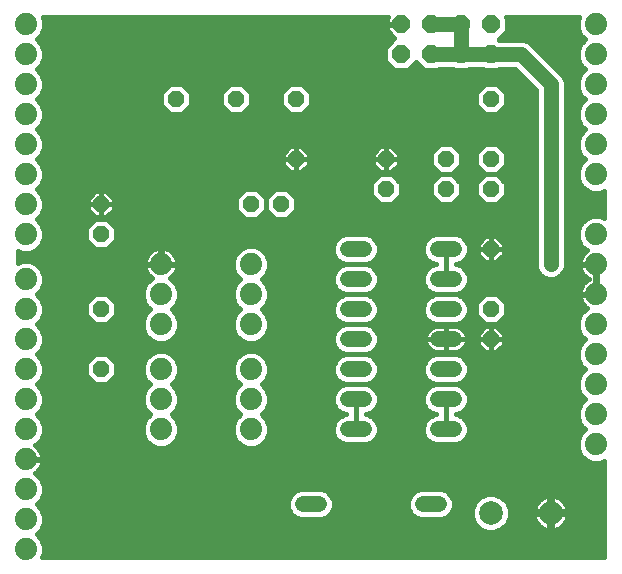
<source format=gbl>
G75*
%MOIN*%
%OFA0B0*%
%FSLAX25Y25*%
%IPPOS*%
%LPD*%
%AMOC8*
5,1,8,0,0,1.08239X$1,22.5*
%
%ADD10C,0.05200*%
%ADD11C,0.07400*%
%ADD12OC8,0.06000*%
%ADD13OC8,0.05200*%
%ADD14C,0.07874*%
%ADD15C,0.01600*%
%ADD16C,0.05000*%
%ADD17R,0.03562X0.03562*%
D10*
X0144995Y0117524D02*
X0150195Y0117524D01*
X0159995Y0142524D02*
X0165195Y0142524D01*
X0165195Y0152524D02*
X0159995Y0152524D01*
X0159995Y0162524D02*
X0165195Y0162524D01*
X0165195Y0172524D02*
X0159995Y0172524D01*
X0159995Y0182524D02*
X0165195Y0182524D01*
X0165195Y0192524D02*
X0159995Y0192524D01*
X0159995Y0202524D02*
X0165195Y0202524D01*
X0189995Y0202524D02*
X0195195Y0202524D01*
X0195195Y0192524D02*
X0189995Y0192524D01*
X0189995Y0182524D02*
X0195195Y0182524D01*
X0195195Y0172524D02*
X0189995Y0172524D01*
X0189995Y0162524D02*
X0195195Y0162524D01*
X0195195Y0152524D02*
X0189995Y0152524D01*
X0189995Y0142524D02*
X0195195Y0142524D01*
X0190195Y0117524D02*
X0184995Y0117524D01*
D11*
X0127595Y0142524D03*
X0127595Y0152524D03*
X0127595Y0162524D03*
X0127595Y0177524D03*
X0127595Y0187524D03*
X0127595Y0197524D03*
X0097595Y0197524D03*
X0097595Y0187524D03*
X0097595Y0177524D03*
X0097595Y0162524D03*
X0097595Y0152524D03*
X0097595Y0142524D03*
X0052595Y0142524D03*
X0052595Y0152524D03*
X0052595Y0162524D03*
X0052595Y0172524D03*
X0052595Y0182524D03*
X0052595Y0192524D03*
X0052595Y0207524D03*
X0052595Y0217524D03*
X0052595Y0227524D03*
X0052595Y0237524D03*
X0052595Y0247524D03*
X0052595Y0257524D03*
X0052595Y0267524D03*
X0052595Y0277524D03*
X0052595Y0132524D03*
X0052595Y0122524D03*
X0052595Y0112524D03*
X0052595Y0102524D03*
X0242595Y0137524D03*
X0242595Y0147524D03*
X0242595Y0157524D03*
X0242595Y0167524D03*
X0242595Y0177524D03*
X0242595Y0187524D03*
X0242595Y0197524D03*
X0242595Y0207524D03*
X0242595Y0227524D03*
X0242595Y0237524D03*
X0242595Y0247524D03*
X0242595Y0257524D03*
X0242595Y0267524D03*
X0242595Y0277524D03*
D12*
X0207595Y0277524D03*
X0207595Y0267524D03*
X0197595Y0267524D03*
X0197595Y0277524D03*
X0187595Y0277524D03*
X0187595Y0267524D03*
X0177595Y0267524D03*
X0177595Y0277524D03*
D13*
X0207595Y0252524D03*
X0207595Y0232524D03*
X0207595Y0222524D03*
X0192595Y0222524D03*
X0192595Y0232524D03*
X0172595Y0232524D03*
X0172595Y0222524D03*
X0142595Y0232524D03*
X0137595Y0217524D03*
X0127595Y0217524D03*
X0122595Y0252524D03*
X0102595Y0252524D03*
X0077595Y0217524D03*
X0077595Y0207524D03*
X0077595Y0182524D03*
X0077595Y0162524D03*
X0142595Y0252524D03*
X0207595Y0202524D03*
X0207595Y0182524D03*
X0207595Y0172524D03*
D14*
X0207512Y0114622D03*
X0227512Y0114622D03*
D15*
X0058695Y0101310D02*
X0058121Y0099924D01*
X0245195Y0099924D01*
X0245195Y0131998D01*
X0243809Y0131424D01*
X0241382Y0131424D01*
X0239140Y0132352D01*
X0237424Y0134068D01*
X0236495Y0136310D01*
X0236495Y0138737D01*
X0237424Y0140979D01*
X0238968Y0142524D01*
X0237424Y0144068D01*
X0236495Y0146310D01*
X0236495Y0148737D01*
X0237424Y0150979D01*
X0238968Y0152524D01*
X0237424Y0154068D01*
X0236495Y0156310D01*
X0236495Y0158737D01*
X0237424Y0160979D01*
X0238968Y0162524D01*
X0237424Y0164068D01*
X0236495Y0166310D01*
X0236495Y0168737D01*
X0237424Y0170979D01*
X0238968Y0172524D01*
X0237424Y0174068D01*
X0236495Y0176310D01*
X0236495Y0178737D01*
X0237424Y0180979D01*
X0239140Y0182695D01*
X0239614Y0182891D01*
X0239012Y0183328D01*
X0238400Y0183941D01*
X0237891Y0184641D01*
X0237498Y0185412D01*
X0237231Y0186236D01*
X0237095Y0187091D01*
X0237095Y0187324D01*
X0242395Y0187324D01*
X0242395Y0187724D01*
X0242395Y0197324D01*
X0237095Y0197324D01*
X0237095Y0197091D01*
X0237231Y0196236D01*
X0237498Y0195412D01*
X0237891Y0194641D01*
X0238400Y0193941D01*
X0239012Y0193328D01*
X0239712Y0192820D01*
X0240293Y0192524D01*
X0239712Y0192228D01*
X0239012Y0191719D01*
X0238400Y0191107D01*
X0237891Y0190406D01*
X0237498Y0189635D01*
X0237231Y0188812D01*
X0237095Y0187956D01*
X0237095Y0187724D01*
X0242395Y0187724D01*
X0242795Y0187724D01*
X0242795Y0192024D01*
X0242795Y0197324D01*
X0242395Y0197324D01*
X0242395Y0197724D01*
X0237095Y0197724D01*
X0237095Y0197956D01*
X0237231Y0198812D01*
X0237498Y0199635D01*
X0237891Y0200406D01*
X0238400Y0201107D01*
X0239012Y0201719D01*
X0239614Y0202156D01*
X0239140Y0202352D01*
X0237424Y0204068D01*
X0236495Y0206310D01*
X0236495Y0208737D01*
X0237424Y0210979D01*
X0239140Y0212695D01*
X0241382Y0213624D01*
X0243809Y0213624D01*
X0245195Y0213049D01*
X0245195Y0221998D01*
X0243809Y0221424D01*
X0241382Y0221424D01*
X0239140Y0222352D01*
X0237424Y0224068D01*
X0236495Y0226310D01*
X0236495Y0228737D01*
X0237424Y0230979D01*
X0238968Y0232524D01*
X0237424Y0234068D01*
X0236495Y0236310D01*
X0236495Y0238737D01*
X0237424Y0240979D01*
X0238968Y0242524D01*
X0237424Y0244068D01*
X0236495Y0246310D01*
X0236495Y0248737D01*
X0237424Y0250979D01*
X0238968Y0252524D01*
X0237424Y0254068D01*
X0236495Y0256310D01*
X0236495Y0258737D01*
X0237424Y0260979D01*
X0238968Y0262524D01*
X0237424Y0264068D01*
X0236495Y0266310D01*
X0236495Y0268737D01*
X0237424Y0270979D01*
X0238968Y0272524D01*
X0237424Y0274068D01*
X0236495Y0276310D01*
X0236495Y0278737D01*
X0237053Y0280084D01*
X0212671Y0280084D01*
X0212995Y0279760D01*
X0212995Y0275287D01*
X0210232Y0272524D01*
X0210332Y0272424D01*
X0218570Y0272424D01*
X0220371Y0271678D01*
X0221749Y0270299D01*
X0231749Y0260299D01*
X0232495Y0258498D01*
X0232495Y0196549D01*
X0231749Y0194748D01*
X0231430Y0194429D01*
X0231411Y0194383D01*
X0230736Y0193708D01*
X0230690Y0193689D01*
X0230371Y0193370D01*
X0228570Y0192624D01*
X0226620Y0192624D01*
X0224820Y0193370D01*
X0224500Y0193689D01*
X0224455Y0193708D01*
X0223779Y0194383D01*
X0223761Y0194429D01*
X0223441Y0194748D01*
X0222695Y0196549D01*
X0222695Y0255494D01*
X0215565Y0262624D01*
X0210332Y0262624D01*
X0209832Y0262124D01*
X0205358Y0262124D01*
X0204858Y0262624D01*
X0200332Y0262624D01*
X0199832Y0262124D01*
X0195358Y0262124D01*
X0194858Y0262624D01*
X0190332Y0262624D01*
X0189832Y0262124D01*
X0185358Y0262124D01*
X0182595Y0264887D01*
X0179832Y0262124D01*
X0175358Y0262124D01*
X0172195Y0265287D01*
X0172195Y0269760D01*
X0175358Y0272924D01*
X0175407Y0272924D01*
X0172795Y0275535D01*
X0172795Y0277324D01*
X0177395Y0277324D01*
X0177395Y0277724D01*
X0172795Y0277724D01*
X0172795Y0279512D01*
X0173368Y0280084D01*
X0058137Y0280084D01*
X0058695Y0278737D01*
X0058695Y0276310D01*
X0057766Y0274068D01*
X0056222Y0272524D01*
X0057766Y0270979D01*
X0058695Y0268737D01*
X0058695Y0266310D01*
X0057766Y0264068D01*
X0056222Y0262524D01*
X0057766Y0260979D01*
X0058695Y0258737D01*
X0058695Y0256310D01*
X0057766Y0254068D01*
X0056222Y0252524D01*
X0057766Y0250979D01*
X0058695Y0248737D01*
X0058695Y0246310D01*
X0057766Y0244068D01*
X0056222Y0242524D01*
X0057766Y0240979D01*
X0058695Y0238737D01*
X0058695Y0236310D01*
X0057766Y0234068D01*
X0056222Y0232524D01*
X0057766Y0230979D01*
X0058695Y0228737D01*
X0058695Y0226310D01*
X0057766Y0224068D01*
X0056222Y0222524D01*
X0057766Y0220979D01*
X0058695Y0218737D01*
X0058695Y0216310D01*
X0057766Y0214068D01*
X0056222Y0212524D01*
X0057766Y0210979D01*
X0058695Y0208737D01*
X0058695Y0206310D01*
X0057766Y0204068D01*
X0056051Y0202352D01*
X0053809Y0201424D01*
X0051382Y0201424D01*
X0049995Y0201998D01*
X0049995Y0198049D01*
X0051382Y0198624D01*
X0053809Y0198624D01*
X0056051Y0197695D01*
X0057766Y0195979D01*
X0058695Y0193737D01*
X0058695Y0191310D01*
X0057766Y0189068D01*
X0056222Y0187524D01*
X0057766Y0185979D01*
X0058695Y0183737D01*
X0058695Y0181310D01*
X0057766Y0179068D01*
X0056222Y0177524D01*
X0057766Y0175979D01*
X0058695Y0173737D01*
X0058695Y0171310D01*
X0057766Y0169068D01*
X0056222Y0167524D01*
X0057766Y0165979D01*
X0058695Y0163737D01*
X0058695Y0161310D01*
X0057766Y0159068D01*
X0056222Y0157524D01*
X0057766Y0155979D01*
X0058695Y0153737D01*
X0058695Y0151310D01*
X0057766Y0149068D01*
X0056222Y0147524D01*
X0057766Y0145979D01*
X0058695Y0143737D01*
X0058695Y0141310D01*
X0057766Y0139068D01*
X0056051Y0137352D01*
X0055576Y0137156D01*
X0056178Y0136719D01*
X0056790Y0136107D01*
X0057299Y0135406D01*
X0057692Y0134635D01*
X0057960Y0133812D01*
X0058095Y0132956D01*
X0058095Y0132724D01*
X0052795Y0132724D01*
X0052795Y0132324D01*
X0058095Y0132324D01*
X0058095Y0132091D01*
X0057960Y0131236D01*
X0057692Y0130412D01*
X0057299Y0129641D01*
X0056790Y0128941D01*
X0056178Y0128328D01*
X0055576Y0127891D01*
X0056051Y0127695D01*
X0057766Y0125979D01*
X0058695Y0123737D01*
X0058695Y0121310D01*
X0057766Y0119068D01*
X0056222Y0117524D01*
X0057766Y0115979D01*
X0058695Y0113737D01*
X0058695Y0111310D01*
X0057766Y0109068D01*
X0056222Y0107524D01*
X0057766Y0105979D01*
X0058695Y0103737D01*
X0058695Y0101310D01*
X0058451Y0100721D02*
X0245195Y0100721D01*
X0245195Y0102319D02*
X0058695Y0102319D01*
X0058620Y0103918D02*
X0245195Y0103918D01*
X0245195Y0105516D02*
X0057958Y0105516D01*
X0056631Y0107115D02*
X0245195Y0107115D01*
X0245195Y0108713D02*
X0209806Y0108713D01*
X0208773Y0108285D02*
X0211102Y0109250D01*
X0212884Y0111032D01*
X0213849Y0113362D01*
X0213849Y0115883D01*
X0212884Y0118212D01*
X0211102Y0119994D01*
X0208773Y0120959D01*
X0206252Y0120959D01*
X0203922Y0119994D01*
X0202140Y0118212D01*
X0201175Y0115883D01*
X0201175Y0113362D01*
X0202140Y0111032D01*
X0203922Y0109250D01*
X0206252Y0108285D01*
X0208773Y0108285D01*
X0212164Y0110312D02*
X0223709Y0110312D01*
X0223775Y0110246D02*
X0224505Y0109715D01*
X0225310Y0109305D01*
X0226169Y0109026D01*
X0227033Y0108889D01*
X0227033Y0114142D01*
X0227992Y0114142D01*
X0227992Y0115102D01*
X0227033Y0115102D01*
X0227033Y0120355D01*
X0226169Y0120218D01*
X0225310Y0119939D01*
X0224505Y0119529D01*
X0223775Y0118998D01*
X0223136Y0118359D01*
X0222605Y0117629D01*
X0222195Y0116824D01*
X0221916Y0115965D01*
X0221779Y0115102D01*
X0227032Y0115102D01*
X0227032Y0114142D01*
X0221779Y0114142D01*
X0221916Y0113279D01*
X0222195Y0112420D01*
X0222605Y0111615D01*
X0223136Y0110885D01*
X0223775Y0110246D01*
X0222455Y0111910D02*
X0213248Y0111910D01*
X0213849Y0113509D02*
X0221880Y0113509D01*
X0221780Y0115107D02*
X0213849Y0115107D01*
X0213508Y0116706D02*
X0222157Y0116706D01*
X0223096Y0118304D02*
X0212792Y0118304D01*
X0211193Y0119903D02*
X0225239Y0119903D01*
X0227033Y0119903D02*
X0227992Y0119903D01*
X0227992Y0120355D02*
X0228855Y0120218D01*
X0229714Y0119939D01*
X0230519Y0119529D01*
X0231249Y0118998D01*
X0231888Y0118359D01*
X0232419Y0117629D01*
X0232829Y0116824D01*
X0233108Y0115965D01*
X0233245Y0115102D01*
X0227992Y0115102D01*
X0227992Y0120355D01*
X0229785Y0119903D02*
X0245195Y0119903D01*
X0245195Y0121501D02*
X0193289Y0121501D01*
X0193027Y0121762D02*
X0194434Y0120356D01*
X0195195Y0118518D01*
X0195195Y0116529D01*
X0194434Y0114691D01*
X0193027Y0113285D01*
X0191190Y0112524D01*
X0184001Y0112524D01*
X0182163Y0113285D01*
X0180756Y0114691D01*
X0179995Y0116529D01*
X0179995Y0118518D01*
X0180756Y0120356D01*
X0182163Y0121762D01*
X0184001Y0122524D01*
X0191190Y0122524D01*
X0193027Y0121762D01*
X0194622Y0119903D02*
X0203831Y0119903D01*
X0202232Y0118304D02*
X0195195Y0118304D01*
X0195195Y0116706D02*
X0201516Y0116706D01*
X0201175Y0115107D02*
X0194606Y0115107D01*
X0193251Y0113509D02*
X0201175Y0113509D01*
X0201776Y0111910D02*
X0058695Y0111910D01*
X0058695Y0113509D02*
X0141939Y0113509D01*
X0142163Y0113285D02*
X0144001Y0112524D01*
X0151190Y0112524D01*
X0153027Y0113285D01*
X0154434Y0114691D01*
X0155195Y0116529D01*
X0155195Y0118518D01*
X0154434Y0120356D01*
X0153027Y0121762D01*
X0151190Y0122524D01*
X0144001Y0122524D01*
X0142163Y0121762D01*
X0140756Y0120356D01*
X0139995Y0118518D01*
X0139995Y0116529D01*
X0140756Y0114691D01*
X0142163Y0113285D01*
X0140584Y0115107D02*
X0058128Y0115107D01*
X0057040Y0116706D02*
X0139995Y0116706D01*
X0139995Y0118304D02*
X0057002Y0118304D01*
X0058112Y0119903D02*
X0140569Y0119903D01*
X0141902Y0121501D02*
X0058695Y0121501D01*
X0058695Y0123100D02*
X0245195Y0123100D01*
X0245195Y0124698D02*
X0058297Y0124698D01*
X0057449Y0126297D02*
X0245195Y0126297D01*
X0245195Y0127895D02*
X0055582Y0127895D01*
X0057192Y0129494D02*
X0245195Y0129494D01*
X0245195Y0131092D02*
X0057913Y0131092D01*
X0057804Y0134289D02*
X0237332Y0134289D01*
X0236670Y0135888D02*
X0056949Y0135888D01*
X0056185Y0137486D02*
X0094006Y0137486D01*
X0094140Y0137352D02*
X0092424Y0139068D01*
X0091495Y0141310D01*
X0091495Y0143737D01*
X0092424Y0145979D01*
X0093968Y0147524D01*
X0092424Y0149068D01*
X0091495Y0151310D01*
X0091495Y0153737D01*
X0092424Y0155979D01*
X0093968Y0157524D01*
X0092424Y0159068D01*
X0091495Y0161310D01*
X0091495Y0163737D01*
X0092424Y0165979D01*
X0094140Y0167695D01*
X0096382Y0168624D01*
X0098809Y0168624D01*
X0101051Y0167695D01*
X0102766Y0165979D01*
X0103695Y0163737D01*
X0103695Y0161310D01*
X0102766Y0159068D01*
X0101222Y0157524D01*
X0102766Y0155979D01*
X0103695Y0153737D01*
X0103695Y0151310D01*
X0102766Y0149068D01*
X0101222Y0147524D01*
X0102766Y0145979D01*
X0103695Y0143737D01*
X0103695Y0141310D01*
X0102766Y0139068D01*
X0101051Y0137352D01*
X0098809Y0136424D01*
X0096382Y0136424D01*
X0094140Y0137352D01*
X0092417Y0139085D02*
X0057773Y0139085D01*
X0058435Y0140683D02*
X0091755Y0140683D01*
X0091495Y0142282D02*
X0058695Y0142282D01*
X0058636Y0143880D02*
X0091555Y0143880D01*
X0092217Y0145479D02*
X0057974Y0145479D01*
X0056668Y0147077D02*
X0093522Y0147077D01*
X0092816Y0148676D02*
X0057374Y0148676D01*
X0058266Y0150274D02*
X0091924Y0150274D01*
X0091495Y0151873D02*
X0058695Y0151873D01*
X0058695Y0153472D02*
X0091495Y0153472D01*
X0092047Y0155070D02*
X0058143Y0155070D01*
X0057077Y0156669D02*
X0093113Y0156669D01*
X0093225Y0158267D02*
X0080410Y0158267D01*
X0079666Y0157524D02*
X0082595Y0160453D01*
X0082595Y0164595D01*
X0079666Y0167524D01*
X0075524Y0167524D01*
X0072595Y0164595D01*
X0072595Y0160453D01*
X0075524Y0157524D01*
X0079666Y0157524D01*
X0082008Y0159866D02*
X0092094Y0159866D01*
X0091495Y0161464D02*
X0082595Y0161464D01*
X0082595Y0163063D02*
X0091495Y0163063D01*
X0091878Y0164661D02*
X0082529Y0164661D01*
X0080930Y0166260D02*
X0092704Y0166260D01*
X0094534Y0167858D02*
X0056556Y0167858D01*
X0057486Y0166260D02*
X0074260Y0166260D01*
X0072662Y0164661D02*
X0058312Y0164661D01*
X0058695Y0163063D02*
X0072595Y0163063D01*
X0072595Y0161464D02*
X0058695Y0161464D01*
X0058097Y0159866D02*
X0073182Y0159866D01*
X0074781Y0158267D02*
X0056965Y0158267D01*
X0057927Y0169457D02*
X0155991Y0169457D01*
X0155756Y0169691D02*
X0157163Y0168285D01*
X0159001Y0167524D01*
X0166190Y0167524D01*
X0168027Y0168285D01*
X0169434Y0169691D01*
X0170195Y0171529D01*
X0170195Y0173518D01*
X0169434Y0175356D01*
X0168027Y0176762D01*
X0166190Y0177524D01*
X0168027Y0178285D01*
X0169434Y0179691D01*
X0170195Y0181529D01*
X0170195Y0183518D01*
X0169434Y0185356D01*
X0168027Y0186762D01*
X0166190Y0187524D01*
X0168027Y0188285D01*
X0169434Y0189691D01*
X0170195Y0191529D01*
X0170195Y0193518D01*
X0169434Y0195356D01*
X0168027Y0196762D01*
X0166190Y0197524D01*
X0168027Y0198285D01*
X0169434Y0199691D01*
X0170195Y0201529D01*
X0170195Y0203518D01*
X0169434Y0205356D01*
X0168027Y0206762D01*
X0166190Y0207524D01*
X0159001Y0207524D01*
X0157163Y0206762D01*
X0155756Y0205356D01*
X0154995Y0203518D01*
X0154995Y0201529D01*
X0155756Y0199691D01*
X0157163Y0198285D01*
X0159001Y0197524D01*
X0166190Y0197524D01*
X0159001Y0197524D01*
X0157163Y0196762D01*
X0155756Y0195356D01*
X0154995Y0193518D01*
X0154995Y0191529D01*
X0155756Y0189691D01*
X0157163Y0188285D01*
X0159001Y0187524D01*
X0166190Y0187524D01*
X0159001Y0187524D01*
X0157163Y0186762D01*
X0155756Y0185356D01*
X0154995Y0183518D01*
X0154995Y0181529D01*
X0155756Y0179691D01*
X0157163Y0178285D01*
X0159001Y0177524D01*
X0166190Y0177524D01*
X0159001Y0177524D01*
X0157163Y0176762D01*
X0155756Y0175356D01*
X0154995Y0173518D01*
X0154995Y0171529D01*
X0155756Y0169691D01*
X0155191Y0171055D02*
X0058589Y0171055D01*
X0058695Y0172654D02*
X0093838Y0172654D01*
X0094140Y0172352D02*
X0092424Y0174068D01*
X0091495Y0176310D01*
X0091495Y0178737D01*
X0092424Y0180979D01*
X0093968Y0182524D01*
X0092424Y0184068D01*
X0091495Y0186310D01*
X0091495Y0188737D01*
X0092424Y0190979D01*
X0094140Y0192695D01*
X0094614Y0192891D01*
X0094012Y0193328D01*
X0093400Y0193941D01*
X0092891Y0194641D01*
X0092498Y0195412D01*
X0092231Y0196236D01*
X0092095Y0197091D01*
X0092095Y0197324D01*
X0097395Y0197324D01*
X0097395Y0197724D01*
X0097395Y0203024D01*
X0097162Y0203024D01*
X0096307Y0202888D01*
X0095484Y0202621D01*
X0094712Y0202228D01*
X0094012Y0201719D01*
X0093400Y0201107D01*
X0092891Y0200406D01*
X0092498Y0199635D01*
X0092231Y0198812D01*
X0092095Y0197956D01*
X0092095Y0197724D01*
X0097395Y0197724D01*
X0097795Y0197724D01*
X0097795Y0203024D01*
X0098028Y0203024D01*
X0098883Y0202888D01*
X0099706Y0202621D01*
X0100478Y0202228D01*
X0101178Y0201719D01*
X0101790Y0201107D01*
X0102299Y0200406D01*
X0102692Y0199635D01*
X0102960Y0198812D01*
X0103095Y0197956D01*
X0103095Y0197724D01*
X0097795Y0197724D01*
X0097795Y0197324D01*
X0103095Y0197324D01*
X0103095Y0197091D01*
X0102960Y0196236D01*
X0102692Y0195412D01*
X0102299Y0194641D01*
X0101790Y0193941D01*
X0101178Y0193328D01*
X0100576Y0192891D01*
X0101051Y0192695D01*
X0102766Y0190979D01*
X0103695Y0188737D01*
X0103695Y0186310D01*
X0102766Y0184068D01*
X0101222Y0182524D01*
X0102766Y0180979D01*
X0103695Y0178737D01*
X0103695Y0176310D01*
X0102766Y0174068D01*
X0101051Y0172352D01*
X0098809Y0171424D01*
X0096382Y0171424D01*
X0094140Y0172352D01*
X0092348Y0174252D02*
X0058482Y0174252D01*
X0057820Y0175851D02*
X0091685Y0175851D01*
X0091495Y0177449D02*
X0056296Y0177449D01*
X0057746Y0179048D02*
X0074000Y0179048D01*
X0072595Y0180453D02*
X0075524Y0177524D01*
X0079666Y0177524D01*
X0082595Y0180453D01*
X0082595Y0184595D01*
X0079666Y0187524D01*
X0075524Y0187524D01*
X0072595Y0184595D01*
X0072595Y0180453D01*
X0072595Y0180646D02*
X0058420Y0180646D01*
X0058695Y0182245D02*
X0072595Y0182245D01*
X0072595Y0183843D02*
X0058651Y0183843D01*
X0057989Y0185442D02*
X0073442Y0185442D01*
X0075041Y0187040D02*
X0056705Y0187040D01*
X0057337Y0188639D02*
X0091495Y0188639D01*
X0091495Y0187040D02*
X0080150Y0187040D01*
X0081748Y0185442D02*
X0091855Y0185442D01*
X0092649Y0183843D02*
X0082595Y0183843D01*
X0082595Y0182245D02*
X0093690Y0182245D01*
X0092286Y0180646D02*
X0082595Y0180646D01*
X0081190Y0179048D02*
X0091624Y0179048D01*
X0101501Y0182245D02*
X0123690Y0182245D01*
X0123968Y0182524D02*
X0122424Y0180979D01*
X0121495Y0178737D01*
X0121495Y0176310D01*
X0122424Y0174068D01*
X0124140Y0172352D01*
X0126382Y0171424D01*
X0128809Y0171424D01*
X0131051Y0172352D01*
X0132766Y0174068D01*
X0133695Y0176310D01*
X0133695Y0178737D01*
X0132766Y0180979D01*
X0131222Y0182524D01*
X0132766Y0184068D01*
X0133695Y0186310D01*
X0133695Y0188737D01*
X0132766Y0190979D01*
X0131222Y0192524D01*
X0132766Y0194068D01*
X0133695Y0196310D01*
X0133695Y0198737D01*
X0132766Y0200979D01*
X0131051Y0202695D01*
X0128809Y0203624D01*
X0126382Y0203624D01*
X0124140Y0202695D01*
X0122424Y0200979D01*
X0121495Y0198737D01*
X0121495Y0196310D01*
X0122424Y0194068D01*
X0123968Y0192524D01*
X0122424Y0190979D01*
X0121495Y0188737D01*
X0121495Y0186310D01*
X0122424Y0184068D01*
X0123968Y0182524D01*
X0122649Y0183843D02*
X0102541Y0183843D01*
X0103335Y0185442D02*
X0121855Y0185442D01*
X0121495Y0187040D02*
X0103695Y0187040D01*
X0103695Y0188639D02*
X0121495Y0188639D01*
X0122117Y0190237D02*
X0103074Y0190237D01*
X0101910Y0191836D02*
X0123281Y0191836D01*
X0123058Y0193434D02*
X0101284Y0193434D01*
X0102499Y0195033D02*
X0122024Y0195033D01*
X0121495Y0196631D02*
X0103022Y0196631D01*
X0103052Y0198230D02*
X0121495Y0198230D01*
X0121947Y0199828D02*
X0102594Y0199828D01*
X0101470Y0201427D02*
X0122872Y0201427D01*
X0124937Y0203025D02*
X0080168Y0203025D01*
X0079666Y0202524D02*
X0082595Y0205453D01*
X0082595Y0209595D01*
X0079666Y0212524D01*
X0075524Y0212524D01*
X0072595Y0209595D01*
X0072595Y0205453D01*
X0075524Y0202524D01*
X0079666Y0202524D01*
X0081766Y0204624D02*
X0155453Y0204624D01*
X0154995Y0203025D02*
X0130253Y0203025D01*
X0132319Y0201427D02*
X0155037Y0201427D01*
X0155700Y0199828D02*
X0133243Y0199828D01*
X0133695Y0198230D02*
X0157296Y0198230D01*
X0157032Y0196631D02*
X0133695Y0196631D01*
X0133166Y0195033D02*
X0155623Y0195033D01*
X0154995Y0193434D02*
X0132133Y0193434D01*
X0131910Y0191836D02*
X0154995Y0191836D01*
X0155530Y0190237D02*
X0133074Y0190237D01*
X0133695Y0188639D02*
X0156809Y0188639D01*
X0157834Y0187040D02*
X0133695Y0187040D01*
X0133335Y0185442D02*
X0155842Y0185442D01*
X0155130Y0183843D02*
X0132541Y0183843D01*
X0131501Y0182245D02*
X0154995Y0182245D01*
X0155361Y0180646D02*
X0132904Y0180646D01*
X0133566Y0179048D02*
X0156400Y0179048D01*
X0158821Y0177449D02*
X0133695Y0177449D01*
X0133505Y0175851D02*
X0156251Y0175851D01*
X0155299Y0174252D02*
X0132843Y0174252D01*
X0131352Y0172654D02*
X0154995Y0172654D01*
X0158193Y0167858D02*
X0130657Y0167858D01*
X0131051Y0167695D02*
X0128809Y0168624D01*
X0126382Y0168624D01*
X0124140Y0167695D01*
X0122424Y0165979D01*
X0121495Y0163737D01*
X0121495Y0161310D01*
X0122424Y0159068D01*
X0123968Y0157524D01*
X0122424Y0155979D01*
X0121495Y0153737D01*
X0121495Y0151310D01*
X0122424Y0149068D01*
X0123968Y0147524D01*
X0122424Y0145979D01*
X0121495Y0143737D01*
X0121495Y0141310D01*
X0122424Y0139068D01*
X0124140Y0137352D01*
X0126382Y0136424D01*
X0128809Y0136424D01*
X0131051Y0137352D01*
X0132766Y0139068D01*
X0133695Y0141310D01*
X0133695Y0143737D01*
X0132766Y0145979D01*
X0131222Y0147524D01*
X0132766Y0149068D01*
X0133695Y0151310D01*
X0133695Y0153737D01*
X0132766Y0155979D01*
X0131222Y0157524D01*
X0132766Y0159068D01*
X0133695Y0161310D01*
X0133695Y0163737D01*
X0132766Y0165979D01*
X0131051Y0167695D01*
X0132486Y0166260D02*
X0156660Y0166260D01*
X0157163Y0166762D02*
X0155756Y0165356D01*
X0154995Y0163518D01*
X0154995Y0161529D01*
X0155756Y0159691D01*
X0157163Y0158285D01*
X0159001Y0157524D01*
X0166190Y0157524D01*
X0168027Y0158285D01*
X0169434Y0159691D01*
X0170195Y0161529D01*
X0170195Y0163518D01*
X0169434Y0165356D01*
X0168027Y0166762D01*
X0166190Y0167524D01*
X0159001Y0167524D01*
X0157163Y0166762D01*
X0155469Y0164661D02*
X0133312Y0164661D01*
X0133695Y0163063D02*
X0154995Y0163063D01*
X0155022Y0161464D02*
X0133695Y0161464D01*
X0133097Y0159866D02*
X0155684Y0159866D01*
X0157206Y0158267D02*
X0131965Y0158267D01*
X0132077Y0156669D02*
X0157069Y0156669D01*
X0157163Y0156762D02*
X0155756Y0155356D01*
X0154995Y0153518D01*
X0154995Y0151529D01*
X0155756Y0149691D01*
X0157163Y0148285D01*
X0159001Y0147524D01*
X0159395Y0147524D01*
X0159395Y0147524D01*
X0159001Y0147524D01*
X0157163Y0146762D01*
X0155756Y0145356D01*
X0154995Y0143518D01*
X0154995Y0141529D01*
X0155756Y0139691D01*
X0157163Y0138285D01*
X0159001Y0137524D01*
X0166190Y0137524D01*
X0168027Y0138285D01*
X0169434Y0139691D01*
X0170195Y0141529D01*
X0170195Y0143518D01*
X0169434Y0145356D01*
X0168027Y0146762D01*
X0166190Y0147524D01*
X0168027Y0148285D01*
X0169434Y0149691D01*
X0170195Y0151529D01*
X0170195Y0153518D01*
X0169434Y0155356D01*
X0168027Y0156762D01*
X0166190Y0157524D01*
X0159001Y0157524D01*
X0157163Y0156762D01*
X0155638Y0155070D02*
X0133143Y0155070D01*
X0133695Y0153472D02*
X0154995Y0153472D01*
X0154995Y0151873D02*
X0133695Y0151873D01*
X0133266Y0150274D02*
X0155515Y0150274D01*
X0156772Y0148676D02*
X0132374Y0148676D01*
X0131668Y0147077D02*
X0157924Y0147077D01*
X0155879Y0145479D02*
X0132974Y0145479D01*
X0133636Y0143880D02*
X0155145Y0143880D01*
X0154995Y0142282D02*
X0133695Y0142282D01*
X0133435Y0140683D02*
X0155345Y0140683D01*
X0156363Y0139085D02*
X0132773Y0139085D01*
X0131185Y0137486D02*
X0236495Y0137486D01*
X0236639Y0139085D02*
X0198827Y0139085D01*
X0199434Y0139691D02*
X0200195Y0141529D01*
X0200195Y0143518D01*
X0199434Y0145356D01*
X0198027Y0146762D01*
X0196190Y0147524D01*
X0198027Y0148285D01*
X0199434Y0149691D01*
X0200195Y0151529D01*
X0200195Y0153518D01*
X0199434Y0155356D01*
X0198027Y0156762D01*
X0196190Y0157524D01*
X0198027Y0158285D01*
X0199434Y0159691D01*
X0200195Y0161529D01*
X0200195Y0163518D01*
X0199434Y0165356D01*
X0198027Y0166762D01*
X0196190Y0167524D01*
X0189001Y0167524D01*
X0187163Y0166762D01*
X0185756Y0165356D01*
X0184995Y0163518D01*
X0184995Y0161529D01*
X0185756Y0159691D01*
X0187163Y0158285D01*
X0189001Y0157524D01*
X0196190Y0157524D01*
X0189001Y0157524D01*
X0187163Y0156762D01*
X0185756Y0155356D01*
X0184995Y0153518D01*
X0184995Y0151529D01*
X0185756Y0149691D01*
X0187163Y0148285D01*
X0189001Y0147524D01*
X0189395Y0147524D01*
X0189395Y0147524D01*
X0189001Y0147524D01*
X0187163Y0146762D01*
X0185756Y0145356D01*
X0184995Y0143518D01*
X0184995Y0141529D01*
X0185756Y0139691D01*
X0187163Y0138285D01*
X0189001Y0137524D01*
X0196190Y0137524D01*
X0198027Y0138285D01*
X0199434Y0139691D01*
X0199845Y0140683D02*
X0237301Y0140683D01*
X0238727Y0142282D02*
X0200195Y0142282D01*
X0200045Y0143880D02*
X0237612Y0143880D01*
X0236839Y0145479D02*
X0199311Y0145479D01*
X0197267Y0147077D02*
X0236495Y0147077D01*
X0236495Y0148676D02*
X0198419Y0148676D01*
X0199675Y0150274D02*
X0237132Y0150274D01*
X0238318Y0151873D02*
X0200195Y0151873D01*
X0200195Y0153472D02*
X0238021Y0153472D01*
X0237009Y0155070D02*
X0199552Y0155070D01*
X0198121Y0156669D02*
X0236495Y0156669D01*
X0236495Y0158267D02*
X0197984Y0158267D01*
X0199506Y0159866D02*
X0236963Y0159866D01*
X0237909Y0161464D02*
X0200168Y0161464D01*
X0200195Y0163063D02*
X0238429Y0163063D01*
X0237178Y0164661D02*
X0199722Y0164661D01*
X0198530Y0166260D02*
X0236516Y0166260D01*
X0236495Y0167858D02*
X0166997Y0167858D01*
X0168530Y0166260D02*
X0186660Y0166260D01*
X0185469Y0164661D02*
X0169722Y0164661D01*
X0170195Y0163063D02*
X0184995Y0163063D01*
X0185022Y0161464D02*
X0170168Y0161464D01*
X0169506Y0159866D02*
X0185684Y0159866D01*
X0187206Y0158267D02*
X0167984Y0158267D01*
X0168121Y0156669D02*
X0187069Y0156669D01*
X0185638Y0155070D02*
X0169552Y0155070D01*
X0170195Y0153472D02*
X0184995Y0153472D01*
X0184995Y0151873D02*
X0170195Y0151873D01*
X0169675Y0150274D02*
X0185515Y0150274D01*
X0186772Y0148676D02*
X0168419Y0148676D01*
X0167267Y0147077D02*
X0187924Y0147077D01*
X0185879Y0145479D02*
X0169311Y0145479D01*
X0170045Y0143880D02*
X0185145Y0143880D01*
X0184995Y0142282D02*
X0170195Y0142282D01*
X0169845Y0140683D02*
X0185345Y0140683D01*
X0186363Y0139085D02*
X0168827Y0139085D01*
X0162595Y0142524D02*
X0162595Y0152524D01*
X0165795Y0147524D02*
X0166190Y0147524D01*
X0165795Y0147524D01*
X0165795Y0147524D01*
X0169199Y0169457D02*
X0186840Y0169457D01*
X0186639Y0169657D02*
X0187129Y0169167D01*
X0187689Y0168760D01*
X0188306Y0168446D01*
X0188965Y0168232D01*
X0189649Y0168124D01*
X0192595Y0168124D01*
X0192595Y0172523D01*
X0192595Y0172523D01*
X0192595Y0168124D01*
X0195541Y0168124D01*
X0196225Y0168232D01*
X0196884Y0168446D01*
X0197501Y0168760D01*
X0198062Y0169167D01*
X0198551Y0169657D01*
X0198958Y0170218D01*
X0199273Y0170835D01*
X0199487Y0171493D01*
X0199595Y0172177D01*
X0199595Y0172524D01*
X0199595Y0172870D01*
X0199487Y0173554D01*
X0199273Y0174213D01*
X0198958Y0174830D01*
X0198551Y0175390D01*
X0198062Y0175880D01*
X0197501Y0176287D01*
X0196884Y0176601D01*
X0196225Y0176815D01*
X0195541Y0176924D01*
X0192595Y0176924D01*
X0189649Y0176924D01*
X0188965Y0176815D01*
X0188306Y0176601D01*
X0187689Y0176287D01*
X0187129Y0175880D01*
X0186639Y0175390D01*
X0186232Y0174830D01*
X0185917Y0174213D01*
X0185703Y0173554D01*
X0185595Y0172870D01*
X0185595Y0172524D01*
X0192595Y0172524D01*
X0192595Y0176924D01*
X0192595Y0172524D01*
X0192595Y0172524D01*
X0192595Y0172524D01*
X0199595Y0172524D01*
X0192595Y0172524D01*
X0192595Y0172524D01*
X0185595Y0172524D01*
X0185595Y0172177D01*
X0185703Y0171493D01*
X0185917Y0170835D01*
X0186232Y0170218D01*
X0186639Y0169657D01*
X0185846Y0171055D02*
X0169999Y0171055D01*
X0170195Y0172654D02*
X0185595Y0172654D01*
X0185938Y0174252D02*
X0169891Y0174252D01*
X0168939Y0175851D02*
X0187100Y0175851D01*
X0187163Y0178285D02*
X0189001Y0177524D01*
X0196190Y0177524D01*
X0198027Y0178285D01*
X0199434Y0179691D01*
X0200195Y0181529D01*
X0200195Y0183518D01*
X0199434Y0185356D01*
X0198027Y0186762D01*
X0196190Y0187524D01*
X0198027Y0188285D01*
X0199434Y0189691D01*
X0200195Y0191529D01*
X0200195Y0193518D01*
X0199434Y0195356D01*
X0198027Y0196762D01*
X0196190Y0197524D01*
X0198027Y0198285D01*
X0199434Y0199691D01*
X0200195Y0201529D01*
X0200195Y0203518D01*
X0199434Y0205356D01*
X0198027Y0206762D01*
X0196190Y0207524D01*
X0189001Y0207524D01*
X0187163Y0206762D01*
X0185756Y0205356D01*
X0184995Y0203518D01*
X0184995Y0201529D01*
X0185756Y0199691D01*
X0187163Y0198285D01*
X0189001Y0197524D01*
X0189395Y0197524D01*
X0189395Y0197524D01*
X0189001Y0197524D01*
X0187163Y0196762D01*
X0185756Y0195356D01*
X0184995Y0193518D01*
X0184995Y0191529D01*
X0185756Y0189691D01*
X0187163Y0188285D01*
X0189001Y0187524D01*
X0196190Y0187524D01*
X0189001Y0187524D01*
X0187163Y0186762D01*
X0185756Y0185356D01*
X0184995Y0183518D01*
X0184995Y0181529D01*
X0185756Y0179691D01*
X0187163Y0178285D01*
X0186400Y0179048D02*
X0168790Y0179048D01*
X0169829Y0180646D02*
X0185361Y0180646D01*
X0184995Y0182245D02*
X0170195Y0182245D01*
X0170060Y0183843D02*
X0185130Y0183843D01*
X0185842Y0185442D02*
X0169348Y0185442D01*
X0167357Y0187040D02*
X0187834Y0187040D01*
X0186809Y0188639D02*
X0168381Y0188639D01*
X0169660Y0190237D02*
X0185530Y0190237D01*
X0184995Y0191836D02*
X0170195Y0191836D01*
X0170195Y0193434D02*
X0184995Y0193434D01*
X0185623Y0195033D02*
X0169568Y0195033D01*
X0168158Y0196631D02*
X0187032Y0196631D01*
X0187296Y0198230D02*
X0167895Y0198230D01*
X0169491Y0199828D02*
X0185700Y0199828D01*
X0185037Y0201427D02*
X0170153Y0201427D01*
X0170195Y0203025D02*
X0184995Y0203025D01*
X0185453Y0204624D02*
X0169737Y0204624D01*
X0168567Y0206222D02*
X0186623Y0206222D01*
X0192595Y0202524D02*
X0192595Y0192524D01*
X0195795Y0197524D02*
X0195795Y0197524D01*
X0196190Y0197524D01*
X0195795Y0197524D01*
X0197895Y0198230D02*
X0205666Y0198230D01*
X0205773Y0198124D02*
X0203195Y0200701D01*
X0203195Y0202524D01*
X0207595Y0202524D01*
X0207595Y0206924D01*
X0205773Y0206924D01*
X0203195Y0204346D01*
X0203195Y0202524D01*
X0207595Y0202524D01*
X0207595Y0202524D01*
X0207595Y0206924D01*
X0209418Y0206924D01*
X0211995Y0204346D01*
X0211995Y0202524D01*
X0207595Y0202524D01*
X0207595Y0202524D01*
X0207595Y0202524D01*
X0211995Y0202524D01*
X0211995Y0200701D01*
X0209418Y0198124D01*
X0207595Y0198124D01*
X0207595Y0202523D01*
X0207595Y0202523D01*
X0207595Y0198124D01*
X0205773Y0198124D01*
X0207595Y0198230D02*
X0207595Y0198230D01*
X0207595Y0199828D02*
X0207595Y0199828D01*
X0207595Y0201427D02*
X0207595Y0201427D01*
X0207595Y0203025D02*
X0207595Y0203025D01*
X0207595Y0204624D02*
X0207595Y0204624D01*
X0207595Y0206222D02*
X0207595Y0206222D01*
X0205071Y0206222D02*
X0198567Y0206222D01*
X0199737Y0204624D02*
X0203473Y0204624D01*
X0203195Y0203025D02*
X0200195Y0203025D01*
X0200153Y0201427D02*
X0203195Y0201427D01*
X0204068Y0199828D02*
X0199491Y0199828D01*
X0198158Y0196631D02*
X0222695Y0196631D01*
X0222695Y0198230D02*
X0209524Y0198230D01*
X0211122Y0199828D02*
X0222695Y0199828D01*
X0222695Y0201427D02*
X0211995Y0201427D01*
X0211995Y0203025D02*
X0222695Y0203025D01*
X0222695Y0204624D02*
X0211717Y0204624D01*
X0210119Y0206222D02*
X0222695Y0206222D01*
X0222695Y0207821D02*
X0082595Y0207821D01*
X0082595Y0209419D02*
X0222695Y0209419D01*
X0222695Y0211018D02*
X0081172Y0211018D01*
X0079418Y0213124D02*
X0077595Y0213124D01*
X0077595Y0217523D01*
X0077595Y0217523D01*
X0077595Y0213124D01*
X0075773Y0213124D01*
X0073195Y0215701D01*
X0073195Y0217524D01*
X0077595Y0217524D01*
X0077595Y0221924D01*
X0075773Y0221924D01*
X0073195Y0219346D01*
X0073195Y0217524D01*
X0077595Y0217524D01*
X0077595Y0217524D01*
X0077595Y0221924D01*
X0079418Y0221924D01*
X0081995Y0219346D01*
X0081995Y0217524D01*
X0077595Y0217524D01*
X0077595Y0217524D01*
X0077595Y0217524D01*
X0081995Y0217524D01*
X0081995Y0215701D01*
X0079418Y0213124D01*
X0080509Y0214215D02*
X0123833Y0214215D01*
X0122595Y0215453D02*
X0125524Y0212524D01*
X0129666Y0212524D01*
X0132595Y0215453D01*
X0135524Y0212524D01*
X0139666Y0212524D01*
X0142595Y0215453D01*
X0142595Y0219595D01*
X0139666Y0222524D01*
X0135524Y0222524D01*
X0132595Y0219595D01*
X0129666Y0222524D01*
X0125524Y0222524D01*
X0122595Y0219595D01*
X0122595Y0215453D01*
X0122595Y0215813D02*
X0081995Y0215813D01*
X0081995Y0217412D02*
X0122595Y0217412D01*
X0122595Y0219010D02*
X0081995Y0219010D01*
X0080732Y0220609D02*
X0123609Y0220609D01*
X0125208Y0222208D02*
X0056538Y0222208D01*
X0057504Y0223806D02*
X0167595Y0223806D01*
X0167595Y0224595D02*
X0167595Y0220453D01*
X0170524Y0217524D01*
X0174666Y0217524D01*
X0177595Y0220453D01*
X0177595Y0224595D01*
X0174666Y0227524D01*
X0170524Y0227524D01*
X0167595Y0224595D01*
X0168405Y0225405D02*
X0058320Y0225405D01*
X0058695Y0227003D02*
X0170004Y0227003D01*
X0170773Y0228124D02*
X0168195Y0230701D01*
X0168195Y0232524D01*
X0172595Y0232524D01*
X0172595Y0236924D01*
X0170773Y0236924D01*
X0168195Y0234346D01*
X0168195Y0232524D01*
X0172595Y0232524D01*
X0172595Y0232524D01*
X0172595Y0236924D01*
X0174418Y0236924D01*
X0176995Y0234346D01*
X0176995Y0232524D01*
X0172595Y0232524D01*
X0172595Y0232524D01*
X0172595Y0232524D01*
X0176995Y0232524D01*
X0176995Y0230701D01*
X0174418Y0228124D01*
X0172595Y0228124D01*
X0172595Y0232523D01*
X0172595Y0232523D01*
X0172595Y0228124D01*
X0170773Y0228124D01*
X0170295Y0228602D02*
X0144896Y0228602D01*
X0144418Y0228124D02*
X0146995Y0230701D01*
X0146995Y0232524D01*
X0146995Y0234346D01*
X0144418Y0236924D01*
X0142595Y0236924D01*
X0140773Y0236924D01*
X0138195Y0234346D01*
X0138195Y0232524D01*
X0142595Y0232524D01*
X0142595Y0236924D01*
X0142595Y0232524D01*
X0142595Y0232524D01*
X0142595Y0232524D01*
X0146995Y0232524D01*
X0142595Y0232524D01*
X0142595Y0232524D01*
X0138195Y0232524D01*
X0138195Y0230701D01*
X0140773Y0228124D01*
X0142595Y0228124D01*
X0142595Y0232523D01*
X0142595Y0232523D01*
X0142595Y0228124D01*
X0144418Y0228124D01*
X0142595Y0228602D02*
X0142595Y0228602D01*
X0142595Y0230200D02*
X0142595Y0230200D01*
X0142595Y0231799D02*
X0142595Y0231799D01*
X0142595Y0233397D02*
X0142595Y0233397D01*
X0142595Y0234996D02*
X0142595Y0234996D01*
X0142595Y0236594D02*
X0142595Y0236594D01*
X0140443Y0236594D02*
X0058695Y0236594D01*
X0058695Y0238193D02*
X0222695Y0238193D01*
X0222695Y0239791D02*
X0058258Y0239791D01*
X0057356Y0241390D02*
X0222695Y0241390D01*
X0222695Y0242988D02*
X0056686Y0242988D01*
X0057981Y0244587D02*
X0222695Y0244587D01*
X0222695Y0246185D02*
X0058643Y0246185D01*
X0058695Y0247784D02*
X0100264Y0247784D01*
X0100524Y0247524D02*
X0104666Y0247524D01*
X0107595Y0250453D01*
X0107595Y0254595D01*
X0104666Y0257524D01*
X0100524Y0257524D01*
X0097595Y0254595D01*
X0097595Y0250453D01*
X0100524Y0247524D01*
X0098666Y0249382D02*
X0058428Y0249382D01*
X0057765Y0250981D02*
X0097595Y0250981D01*
X0097595Y0252579D02*
X0056277Y0252579D01*
X0057812Y0254178D02*
X0097595Y0254178D01*
X0098777Y0255776D02*
X0058474Y0255776D01*
X0058695Y0257375D02*
X0100375Y0257375D01*
X0104815Y0257375D02*
X0120375Y0257375D01*
X0120524Y0257524D02*
X0117595Y0254595D01*
X0117595Y0250453D01*
X0120524Y0247524D01*
X0124666Y0247524D01*
X0127595Y0250453D01*
X0127595Y0254595D01*
X0124666Y0257524D01*
X0120524Y0257524D01*
X0118777Y0255776D02*
X0106414Y0255776D01*
X0107595Y0254178D02*
X0117595Y0254178D01*
X0117595Y0252579D02*
X0107595Y0252579D01*
X0107595Y0250981D02*
X0117595Y0250981D01*
X0118666Y0249382D02*
X0106525Y0249382D01*
X0104926Y0247784D02*
X0120264Y0247784D01*
X0124926Y0247784D02*
X0140264Y0247784D01*
X0140524Y0247524D02*
X0144666Y0247524D01*
X0147595Y0250453D01*
X0147595Y0254595D01*
X0144666Y0257524D01*
X0140524Y0257524D01*
X0137595Y0254595D01*
X0137595Y0250453D01*
X0140524Y0247524D01*
X0138666Y0249382D02*
X0126525Y0249382D01*
X0127595Y0250981D02*
X0137595Y0250981D01*
X0137595Y0252579D02*
X0127595Y0252579D01*
X0127595Y0254178D02*
X0137595Y0254178D01*
X0138777Y0255776D02*
X0126414Y0255776D01*
X0124815Y0257375D02*
X0140375Y0257375D01*
X0144815Y0257375D02*
X0205375Y0257375D01*
X0205524Y0257524D02*
X0202595Y0254595D01*
X0202595Y0250453D01*
X0205524Y0247524D01*
X0209666Y0247524D01*
X0212595Y0250453D01*
X0212595Y0254595D01*
X0209666Y0257524D01*
X0205524Y0257524D01*
X0203777Y0255776D02*
X0146414Y0255776D01*
X0147595Y0254178D02*
X0202595Y0254178D01*
X0202595Y0252579D02*
X0147595Y0252579D01*
X0147595Y0250981D02*
X0202595Y0250981D01*
X0203666Y0249382D02*
X0146525Y0249382D01*
X0144926Y0247784D02*
X0205264Y0247784D01*
X0209926Y0247784D02*
X0222695Y0247784D01*
X0222695Y0249382D02*
X0211525Y0249382D01*
X0212595Y0250981D02*
X0222695Y0250981D01*
X0222695Y0252579D02*
X0212595Y0252579D01*
X0212595Y0254178D02*
X0222695Y0254178D01*
X0222413Y0255776D02*
X0211414Y0255776D01*
X0209815Y0257375D02*
X0220814Y0257375D01*
X0219216Y0258973D02*
X0058597Y0258973D01*
X0057935Y0260572D02*
X0217617Y0260572D01*
X0216019Y0262170D02*
X0209879Y0262170D01*
X0205312Y0262170D02*
X0199879Y0262170D01*
X0195312Y0262170D02*
X0189879Y0262170D01*
X0185312Y0262170D02*
X0179879Y0262170D01*
X0181477Y0263769D02*
X0183713Y0263769D01*
X0175312Y0262170D02*
X0056575Y0262170D01*
X0057467Y0263769D02*
X0173713Y0263769D01*
X0172195Y0265367D02*
X0058305Y0265367D01*
X0058695Y0266966D02*
X0172195Y0266966D01*
X0172195Y0268564D02*
X0058695Y0268564D01*
X0058105Y0270163D02*
X0172598Y0270163D01*
X0174196Y0271761D02*
X0056984Y0271761D01*
X0057058Y0273360D02*
X0174971Y0273360D01*
X0173372Y0274958D02*
X0058135Y0274958D01*
X0058695Y0276557D02*
X0172795Y0276557D01*
X0172795Y0278155D02*
X0058695Y0278155D01*
X0058274Y0279754D02*
X0173037Y0279754D01*
X0172595Y0236594D02*
X0172595Y0236594D01*
X0172595Y0234996D02*
X0172595Y0234996D01*
X0172595Y0233397D02*
X0172595Y0233397D01*
X0172595Y0231799D02*
X0172595Y0231799D01*
X0172595Y0230200D02*
X0172595Y0230200D01*
X0172595Y0228602D02*
X0172595Y0228602D01*
X0174896Y0228602D02*
X0189446Y0228602D01*
X0190524Y0227524D02*
X0194666Y0227524D01*
X0197595Y0230453D01*
X0197595Y0234595D01*
X0194666Y0237524D01*
X0190524Y0237524D01*
X0187595Y0234595D01*
X0187595Y0230453D01*
X0190524Y0227524D01*
X0187595Y0224595D01*
X0187595Y0220453D01*
X0190524Y0217524D01*
X0194666Y0217524D01*
X0197595Y0220453D01*
X0197595Y0224595D01*
X0194666Y0227524D01*
X0190524Y0227524D01*
X0190004Y0227003D02*
X0175187Y0227003D01*
X0176785Y0225405D02*
X0188405Y0225405D01*
X0187595Y0223806D02*
X0177595Y0223806D01*
X0177595Y0222208D02*
X0187595Y0222208D01*
X0187595Y0220609D02*
X0177595Y0220609D01*
X0176153Y0219010D02*
X0189037Y0219010D01*
X0195187Y0227003D02*
X0205004Y0227003D01*
X0205524Y0227524D02*
X0209666Y0227524D01*
X0212595Y0230453D01*
X0212595Y0234595D01*
X0209666Y0237524D01*
X0205524Y0237524D01*
X0202595Y0234595D01*
X0202595Y0230453D01*
X0205524Y0227524D01*
X0202595Y0224595D01*
X0202595Y0220453D01*
X0205524Y0217524D01*
X0209666Y0217524D01*
X0212595Y0220453D01*
X0212595Y0224595D01*
X0209666Y0227524D01*
X0205524Y0227524D01*
X0204446Y0228602D02*
X0195744Y0228602D01*
X0197343Y0230200D02*
X0202848Y0230200D01*
X0202595Y0231799D02*
X0197595Y0231799D01*
X0197595Y0233397D02*
X0202595Y0233397D01*
X0202996Y0234996D02*
X0197194Y0234996D01*
X0195596Y0236594D02*
X0204595Y0236594D01*
X0210596Y0236594D02*
X0222695Y0236594D01*
X0222695Y0234996D02*
X0212194Y0234996D01*
X0212595Y0233397D02*
X0222695Y0233397D01*
X0222695Y0231799D02*
X0212595Y0231799D01*
X0212343Y0230200D02*
X0222695Y0230200D01*
X0222695Y0228602D02*
X0210744Y0228602D01*
X0210187Y0227003D02*
X0222695Y0227003D01*
X0222695Y0225405D02*
X0211785Y0225405D01*
X0212595Y0223806D02*
X0222695Y0223806D01*
X0222695Y0222208D02*
X0212595Y0222208D01*
X0212595Y0220609D02*
X0222695Y0220609D01*
X0222695Y0219010D02*
X0211153Y0219010D01*
X0204037Y0219010D02*
X0196153Y0219010D01*
X0197595Y0220609D02*
X0202595Y0220609D01*
X0202595Y0222208D02*
X0197595Y0222208D01*
X0197595Y0223806D02*
X0202595Y0223806D01*
X0203405Y0225405D02*
X0196785Y0225405D01*
X0189595Y0236594D02*
X0174747Y0236594D01*
X0176346Y0234996D02*
X0187996Y0234996D01*
X0187595Y0233397D02*
X0176995Y0233397D01*
X0176995Y0231799D02*
X0187595Y0231799D01*
X0187848Y0230200D02*
X0176494Y0230200D01*
X0170443Y0236594D02*
X0144747Y0236594D01*
X0146346Y0234996D02*
X0168845Y0234996D01*
X0168195Y0233397D02*
X0146995Y0233397D01*
X0146995Y0231799D02*
X0168195Y0231799D01*
X0168696Y0230200D02*
X0146494Y0230200D01*
X0140295Y0228602D02*
X0058695Y0228602D01*
X0058089Y0230200D02*
X0138696Y0230200D01*
X0138195Y0231799D02*
X0056947Y0231799D01*
X0057095Y0233397D02*
X0138195Y0233397D01*
X0138845Y0234996D02*
X0058151Y0234996D01*
X0057920Y0220609D02*
X0074458Y0220609D01*
X0073195Y0219010D02*
X0058582Y0219010D01*
X0058695Y0217412D02*
X0073195Y0217412D01*
X0073195Y0215813D02*
X0058489Y0215813D01*
X0057827Y0214215D02*
X0074681Y0214215D01*
X0077595Y0214215D02*
X0077595Y0214215D01*
X0077595Y0215813D02*
X0077595Y0215813D01*
X0077595Y0217412D02*
X0077595Y0217412D01*
X0077595Y0219010D02*
X0077595Y0219010D01*
X0077595Y0220609D02*
X0077595Y0220609D01*
X0074018Y0211018D02*
X0057728Y0211018D01*
X0058412Y0209419D02*
X0072595Y0209419D01*
X0072595Y0207821D02*
X0058695Y0207821D01*
X0058659Y0206222D02*
X0072595Y0206222D01*
X0073424Y0204624D02*
X0057997Y0204624D01*
X0056724Y0203025D02*
X0075022Y0203025D01*
X0082595Y0206222D02*
X0156623Y0206222D01*
X0167595Y0220609D02*
X0141581Y0220609D01*
X0142595Y0219010D02*
X0169037Y0219010D01*
X0167595Y0222208D02*
X0139982Y0222208D01*
X0135208Y0222208D02*
X0129982Y0222208D01*
X0131581Y0220609D02*
X0133609Y0220609D01*
X0132595Y0219595D02*
X0132595Y0215453D01*
X0132595Y0219595D01*
X0132595Y0219010D02*
X0132595Y0219010D01*
X0132595Y0217412D02*
X0132595Y0217412D01*
X0132595Y0215813D02*
X0132595Y0215813D01*
X0131358Y0214215D02*
X0133833Y0214215D01*
X0135431Y0212616D02*
X0129759Y0212616D01*
X0125431Y0212616D02*
X0056315Y0212616D01*
X0053816Y0201427D02*
X0093720Y0201427D01*
X0092597Y0199828D02*
X0049995Y0199828D01*
X0049995Y0198230D02*
X0050431Y0198230D01*
X0049995Y0201427D02*
X0051374Y0201427D01*
X0054759Y0198230D02*
X0092138Y0198230D01*
X0092168Y0196631D02*
X0057114Y0196631D01*
X0058158Y0195033D02*
X0092691Y0195033D01*
X0093906Y0193434D02*
X0058695Y0193434D01*
X0058695Y0191836D02*
X0093281Y0191836D01*
X0092117Y0190237D02*
X0058251Y0190237D01*
X0097395Y0198230D02*
X0097795Y0198230D01*
X0097795Y0199828D02*
X0097395Y0199828D01*
X0097395Y0201427D02*
X0097795Y0201427D01*
X0102904Y0180646D02*
X0122286Y0180646D01*
X0121624Y0179048D02*
X0103566Y0179048D01*
X0103695Y0177449D02*
X0121495Y0177449D01*
X0121685Y0175851D02*
X0103505Y0175851D01*
X0102843Y0174252D02*
X0122348Y0174252D01*
X0123838Y0172654D02*
X0101352Y0172654D01*
X0100657Y0167858D02*
X0124534Y0167858D01*
X0122704Y0166260D02*
X0102486Y0166260D01*
X0103312Y0164661D02*
X0121878Y0164661D01*
X0121495Y0163063D02*
X0103695Y0163063D01*
X0103695Y0161464D02*
X0121495Y0161464D01*
X0122094Y0159866D02*
X0103097Y0159866D01*
X0101965Y0158267D02*
X0123225Y0158267D01*
X0123113Y0156669D02*
X0102077Y0156669D01*
X0103143Y0155070D02*
X0122047Y0155070D01*
X0121495Y0153472D02*
X0103695Y0153472D01*
X0103695Y0151873D02*
X0121495Y0151873D01*
X0121924Y0150274D02*
X0103266Y0150274D01*
X0102374Y0148676D02*
X0122816Y0148676D01*
X0123522Y0147077D02*
X0101668Y0147077D01*
X0102974Y0145479D02*
X0122217Y0145479D01*
X0121555Y0143880D02*
X0103636Y0143880D01*
X0103695Y0142282D02*
X0121495Y0142282D01*
X0121755Y0140683D02*
X0103435Y0140683D01*
X0102773Y0139085D02*
X0122417Y0139085D01*
X0124006Y0137486D02*
X0101185Y0137486D01*
X0058282Y0110312D02*
X0202861Y0110312D01*
X0205218Y0108713D02*
X0057411Y0108713D01*
X0052795Y0132691D02*
X0238801Y0132691D01*
X0245195Y0118304D02*
X0231928Y0118304D01*
X0232867Y0116706D02*
X0245195Y0116706D01*
X0245195Y0115107D02*
X0233244Y0115107D01*
X0233245Y0114142D02*
X0227992Y0114142D01*
X0227992Y0108889D01*
X0228855Y0109026D01*
X0229714Y0109305D01*
X0230519Y0109715D01*
X0231249Y0110246D01*
X0231888Y0110885D01*
X0232419Y0111615D01*
X0232829Y0112420D01*
X0233108Y0113279D01*
X0233245Y0114142D01*
X0233144Y0113509D02*
X0245195Y0113509D01*
X0245195Y0111910D02*
X0232569Y0111910D01*
X0231315Y0110312D02*
X0245195Y0110312D01*
X0227992Y0110312D02*
X0227033Y0110312D01*
X0227033Y0111910D02*
X0227992Y0111910D01*
X0227992Y0113509D02*
X0227033Y0113509D01*
X0227033Y0115107D02*
X0227992Y0115107D01*
X0227992Y0116706D02*
X0227033Y0116706D01*
X0227033Y0118304D02*
X0227992Y0118304D01*
X0196190Y0147524D02*
X0195795Y0147524D01*
X0195795Y0147524D01*
X0196190Y0147524D01*
X0192595Y0152524D02*
X0192595Y0142524D01*
X0181902Y0121501D02*
X0153289Y0121501D01*
X0154622Y0119903D02*
X0180569Y0119903D01*
X0179995Y0118304D02*
X0155195Y0118304D01*
X0155195Y0116706D02*
X0179995Y0116706D01*
X0180584Y0115107D02*
X0154606Y0115107D01*
X0153251Y0113509D02*
X0181939Y0113509D01*
X0192595Y0169457D02*
X0192595Y0169457D01*
X0192595Y0171055D02*
X0192595Y0171055D01*
X0192595Y0172654D02*
X0192595Y0172654D01*
X0192595Y0174252D02*
X0192595Y0174252D01*
X0192595Y0175851D02*
X0192595Y0175851D01*
X0198091Y0175851D02*
X0204700Y0175851D01*
X0205773Y0176924D02*
X0203195Y0174346D01*
X0203195Y0172524D01*
X0207595Y0172524D01*
X0207595Y0176924D01*
X0205773Y0176924D01*
X0205524Y0177524D02*
X0209666Y0177524D01*
X0212595Y0180453D01*
X0212595Y0184595D01*
X0209666Y0187524D01*
X0205524Y0187524D01*
X0202595Y0184595D01*
X0202595Y0180453D01*
X0205524Y0177524D01*
X0204000Y0179048D02*
X0198790Y0179048D01*
X0199829Y0180646D02*
X0202595Y0180646D01*
X0202595Y0182245D02*
X0200195Y0182245D01*
X0200060Y0183843D02*
X0202595Y0183843D01*
X0203442Y0185442D02*
X0199348Y0185442D01*
X0197357Y0187040D02*
X0205041Y0187040D01*
X0210150Y0187040D02*
X0237103Y0187040D01*
X0237203Y0188639D02*
X0198381Y0188639D01*
X0199660Y0190237D02*
X0237805Y0190237D01*
X0239173Y0191836D02*
X0200195Y0191836D01*
X0200195Y0193434D02*
X0224755Y0193434D01*
X0223323Y0195033D02*
X0199568Y0195033D01*
X0211748Y0185442D02*
X0237489Y0185442D01*
X0238497Y0183843D02*
X0212595Y0183843D01*
X0212595Y0182245D02*
X0238690Y0182245D01*
X0237286Y0180646D02*
X0212595Y0180646D01*
X0211190Y0179048D02*
X0236624Y0179048D01*
X0236495Y0177449D02*
X0166369Y0177449D01*
X0139759Y0212616D02*
X0222695Y0212616D01*
X0222695Y0214215D02*
X0141358Y0214215D01*
X0142595Y0215813D02*
X0222695Y0215813D01*
X0222695Y0217412D02*
X0142595Y0217412D01*
X0199253Y0174252D02*
X0203195Y0174252D01*
X0203195Y0172654D02*
X0199595Y0172654D01*
X0199344Y0171055D02*
X0203195Y0171055D01*
X0203195Y0170701D02*
X0203195Y0172524D01*
X0207595Y0172524D01*
X0207595Y0172524D01*
X0207595Y0176924D01*
X0209418Y0176924D01*
X0211995Y0174346D01*
X0211995Y0172524D01*
X0207595Y0172524D01*
X0207595Y0172524D01*
X0207595Y0172524D01*
X0211995Y0172524D01*
X0211995Y0170701D01*
X0209418Y0168124D01*
X0207595Y0168124D01*
X0207595Y0172523D01*
X0207595Y0172523D01*
X0207595Y0168124D01*
X0205773Y0168124D01*
X0203195Y0170701D01*
X0204440Y0169457D02*
X0198351Y0169457D01*
X0207595Y0169457D02*
X0207595Y0169457D01*
X0207595Y0171055D02*
X0207595Y0171055D01*
X0207595Y0172654D02*
X0207595Y0172654D01*
X0207595Y0174252D02*
X0207595Y0174252D01*
X0207595Y0175851D02*
X0207595Y0175851D01*
X0210491Y0175851D02*
X0236685Y0175851D01*
X0237348Y0174252D02*
X0211995Y0174252D01*
X0211995Y0172654D02*
X0238838Y0172654D01*
X0237500Y0171055D02*
X0211995Y0171055D01*
X0210751Y0169457D02*
X0236793Y0169457D01*
X0242395Y0188639D02*
X0242795Y0188639D01*
X0242795Y0190237D02*
X0242395Y0190237D01*
X0242395Y0191836D02*
X0242795Y0191836D01*
X0242795Y0193434D02*
X0242395Y0193434D01*
X0242395Y0195033D02*
X0242795Y0195033D01*
X0242795Y0196631D02*
X0242395Y0196631D01*
X0238906Y0193434D02*
X0230435Y0193434D01*
X0231867Y0195033D02*
X0237691Y0195033D01*
X0237168Y0196631D02*
X0232495Y0196631D01*
X0232495Y0198230D02*
X0237138Y0198230D01*
X0237597Y0199828D02*
X0232495Y0199828D01*
X0232495Y0201427D02*
X0238720Y0201427D01*
X0238467Y0203025D02*
X0232495Y0203025D01*
X0232495Y0204624D02*
X0237194Y0204624D01*
X0236532Y0206222D02*
X0232495Y0206222D01*
X0232495Y0207821D02*
X0236495Y0207821D01*
X0236778Y0209419D02*
X0232495Y0209419D01*
X0232495Y0211018D02*
X0237463Y0211018D01*
X0239061Y0212616D02*
X0232495Y0212616D01*
X0232495Y0214215D02*
X0245195Y0214215D01*
X0245195Y0215813D02*
X0232495Y0215813D01*
X0232495Y0217412D02*
X0245195Y0217412D01*
X0245195Y0219010D02*
X0232495Y0219010D01*
X0232495Y0220609D02*
X0245195Y0220609D01*
X0239489Y0222208D02*
X0232495Y0222208D01*
X0232495Y0223806D02*
X0237686Y0223806D01*
X0236870Y0225405D02*
X0232495Y0225405D01*
X0232495Y0227003D02*
X0236495Y0227003D01*
X0236495Y0228602D02*
X0232495Y0228602D01*
X0232495Y0230200D02*
X0237101Y0230200D01*
X0238243Y0231799D02*
X0232495Y0231799D01*
X0232495Y0233397D02*
X0238095Y0233397D01*
X0237040Y0234996D02*
X0232495Y0234996D01*
X0232495Y0236594D02*
X0236495Y0236594D01*
X0236495Y0238193D02*
X0232495Y0238193D01*
X0232495Y0239791D02*
X0236932Y0239791D01*
X0237834Y0241390D02*
X0232495Y0241390D01*
X0232495Y0242988D02*
X0238504Y0242988D01*
X0237209Y0244587D02*
X0232495Y0244587D01*
X0232495Y0246185D02*
X0236547Y0246185D01*
X0236495Y0247784D02*
X0232495Y0247784D01*
X0232495Y0249382D02*
X0236762Y0249382D01*
X0237426Y0250981D02*
X0232495Y0250981D01*
X0232495Y0252579D02*
X0238913Y0252579D01*
X0237378Y0254178D02*
X0232495Y0254178D01*
X0232495Y0255776D02*
X0236716Y0255776D01*
X0236495Y0257375D02*
X0232495Y0257375D01*
X0232298Y0258973D02*
X0236593Y0258973D01*
X0237255Y0260572D02*
X0231477Y0260572D01*
X0229878Y0262170D02*
X0238615Y0262170D01*
X0237723Y0263769D02*
X0228280Y0263769D01*
X0226681Y0265367D02*
X0236886Y0265367D01*
X0236495Y0266966D02*
X0225083Y0266966D01*
X0223484Y0268564D02*
X0236495Y0268564D01*
X0237086Y0270163D02*
X0221886Y0270163D01*
X0220169Y0271761D02*
X0238206Y0271761D01*
X0238132Y0273360D02*
X0211068Y0273360D01*
X0212667Y0274958D02*
X0237055Y0274958D01*
X0236495Y0276557D02*
X0212995Y0276557D01*
X0212995Y0278155D02*
X0236495Y0278155D01*
X0236916Y0279754D02*
X0212995Y0279754D01*
D16*
X0217595Y0267524D02*
X0207595Y0267524D01*
X0197595Y0267524D01*
X0197595Y0277524D01*
X0187595Y0277524D01*
X0187595Y0267524D02*
X0197595Y0267524D01*
X0217595Y0267524D02*
X0227595Y0257524D01*
X0227595Y0197524D01*
D17*
X0227595Y0197524D03*
M02*

</source>
